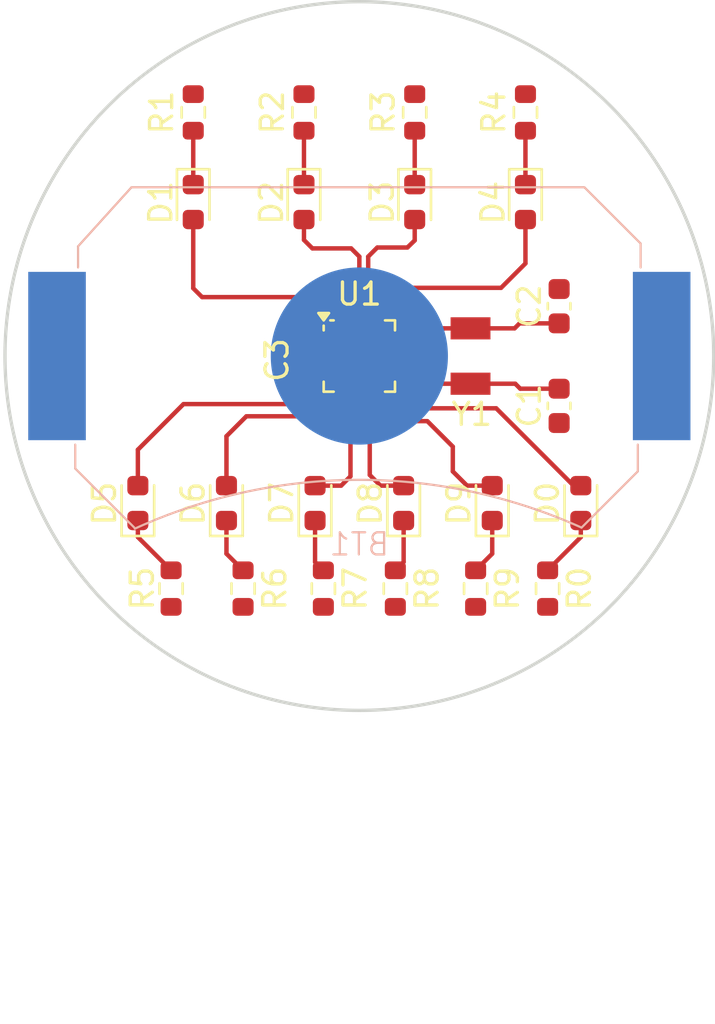
<source format=kicad_pcb>
(kicad_pcb (version 20241229) (generator "pcbnew") (generator_version "9.0")
  (layers (0 "F.Cu" signal) (2 "B.Cu" signal) (13 "F.Paste" user) (15 "B.Paste" user) (5 "F.SilkS" user "F.Silkscreen") (7 "B.SilkS" user "B.Silkscreen") (1 "F.Mask" user) (3 "B.Mask" user) (25 "Edge.Cuts" user))
  (net 0 "")
  (net 1 "Net-(U1-PB3)")
  (net 2 "Net-(U1-PB2)")
  (net 3 "Net-(D1-A)")
  (net 4 "Net-(D1-K)")
  (net 5 "Net-(D2-K)")
  (net 6 "Net-(D2-A)")
  (net 7 "Net-(D3-A)")
  (net 8 "Net-(D3-K)")
  (net 9 "Net-(D4-A)")
  (net 10 "Net-(D4-K)")
  (net 11 "Net-(D5-K)")
  (net 12 "Net-(D5-A)")
  (net 13 "Net-(D6-A)")
  (net 14 "Net-(D6-K)")
  (net 15 "Net-(D7-K)")
  (net 16 "Net-(D7-A)")
  (net 17 "Net-(D8-K)")
  (net 18 "Net-(D8-A)")
  (net 19 "Net-(D9-K)")
  (net 20 "Net-(D9-A)")
  (net 25 "VCC")
  (net 26 "GND")
  (net 27 "Net-(D0-A)")
  (net 28 "Net-(D0-K)")
  (footprint "Resistor_SMD:R_0603_1608Metric" (layer "F.Cu") (at 94.75 110.5 -90)
    (property "Reference" "R6" (at 0 -1.43 90) (layer "F.SilkS"))
    (property "Value" "50Ω")
    (fp_line (start -0.237258 0.5225) (end 0.237258 0.5225) (stroke (width 0.12)) (layer "F.SilkS"))
    (fp_line (start -0.237258 -0.5225) (end 0.237258 -0.5225) (stroke (width 0.12)) (layer "F.SilkS"))
    (pad "1" smd roundrect (at -0.825 0 270) (size 0.8 0.95) (layers "F.Cu" "F.Mask" "F.Paste") (net 14 "Net-(D6-K)"))
    (pad "2" smd roundrect (at 0.825 0 270) (size 0.8 0.95) (layers "F.Cu" "F.Mask" "F.Paste") (net 26 "GND"))
  )
  (footprint "LED_SMD:LED_0603_1608Metric" (layer "F.Cu") (at 106 106.64 90)
    (property "Reference" "D9" (at -0.02 -1.51 90) (layer "F.SilkS"))
    (property "Value" "LED")
    (fp_line (start 0.8 -0.735) (end -1.485 -0.735) (stroke (width 0.12)) (layer "F.SilkS"))
    (fp_line (start -1.485 -0.735) (end -1.485 0.735) (stroke (width 0.12)) (layer "F.SilkS"))
    (fp_line (start -1.485 0.735) (end 0.8 0.735) (stroke (width 0.12)) (layer "F.SilkS"))
    (pad "1" smd roundrect (at -0.7875 0 90) (size 0.875 0.95) (layers "F.Cu" "F.Mask" "F.Paste") (net 19 "Net-(D9-K)"))
    (pad "2" smd roundrect (at 0.7875 0 90) (size 0.875 0.95) (layers "F.Cu" "F.Mask" "F.Paste") (net 20 "Net-(D9-A)"))
  )
  (footprint "LED_SMD:LED_0603_1608Metric" (layer "F.Cu") (at 90 106.64 90)
    (property "Reference" "D5" (at -0.02 -1.51 90) (layer "F.SilkS"))
    (property "Value" "LED")
    (fp_line (start 0.8 -0.735) (end -1.485 -0.735) (stroke (width 0.12)) (layer "F.SilkS"))
    (fp_line (start -1.485 -0.735) (end -1.485 0.735) (stroke (width 0.12)) (layer "F.SilkS"))
    (fp_line (start -1.485 0.735) (end 0.8 0.735) (stroke (width 0.12)) (layer "F.SilkS"))
    (pad "1" smd roundrect (at -0.7875 0 90) (size 0.875 0.95) (layers "F.Cu" "F.Mask" "F.Paste") (net 11 "Net-(D5-K)"))
    (pad "2" smd roundrect (at 0.7875 0 90) (size 0.875 0.95) (layers "F.Cu" "F.Mask" "F.Paste") (net 12 "Net-(D5-A)"))
  )
  (footprint "Package_DFN_QFN:VQFN-20-1EP_3x3mm_P0.4mm_EP1.7x1.7mm" (layer "F.Cu") (at 100 100)
    (property "Reference" "U1" (at 0 -2.8 0) (layer "F.SilkS"))
    (property "Value" "ATtiny1616-M")
    (fp_line (start -1.61 -1.16) (end -1.61 -1.37) (stroke (width 0.12)) (layer "F.SilkS"))
    (fp_line (start -1.61 1.61) (end -1.61 1.16) (stroke (width 0.12)) (layer "F.SilkS"))
    (fp_line (start -1.16 -1.61) (end -1.31 -1.61) (stroke (width 0.12)) (layer "F.SilkS"))
    (fp_line (start -1.16 1.61) (end -1.61 1.61) (stroke (width 0.12)) (layer "F.SilkS"))
    (fp_line (start 1.16 -1.61) (end 1.61 -1.61) (stroke (width 0.12)) (layer "F.SilkS"))
    (fp_line (start 1.16 1.61) (end 1.61 1.61) (stroke (width 0.12)) (layer "F.SilkS"))
    (fp_line (start 1.61 -1.61) (end 1.61 -1.16) (stroke (width 0.12)) (layer "F.SilkS"))
    (fp_line (start 1.61 1.61) (end 1.61 1.16) (stroke (width 0.12)) (layer "F.SilkS"))
    (fp_poly (pts (xy -1.61 -1.61) (xy -1.85 -1.94) (xy -1.37 -1.94)) (stroke (width 0.12)) (fill yes) (layer "F.SilkS"))
    (pad "1" smd custom (at -1.45 -0.8) (size 0.143431 0.143431) (layers "F.Cu" "F.Mask" "F.Paste") (options (clearance outline) (anchor circle)) (primitives (gr_poly (pts (xy -0.35 -0.05) (xy 0.299289 -0.05) (xy 0.35 0.000711) (xy 0.35 0.05) (xy -0.35 0.05)) (width 0.1) (fill yes))))
    (pad "2" smd roundrect (at -1.45 -0.4) (size 0.8 0.2) (layers "F.Cu" "F.Mask" "F.Paste"))
    (pad "3" smd roundrect (at -1.45 0) (size 0.8 0.2) (layers "F.Cu" "F.Mask" "F.Paste") (net 26 "GND"))
    (pad "4" smd roundrect (at -1.45 0.4) (size 0.8 0.2) (layers "F.Cu" "F.Mask" "F.Paste") (net 25 "VCC"))
    (pad "5" smd custom (at -1.45 0.8) (size 0.143431 0.143431) (layers "F.Cu" "F.Mask" "F.Paste") (net 12 "Net-(D5-A)") (options (clearance outline) (anchor circle)) (primitives (gr_poly (pts (xy -0.35 -0.05) (xy 0.35 -0.05) (xy 0.35 -0.000711) (xy 0.299289 0.05) (xy -0.35 0.05)) (width 0.1) (fill yes))))
    (pad "6" smd custom (at -0.8 1.45) (size 0.143431 0.143431) (layers "F.Cu" "F.Mask" "F.Paste") (net 13 "Net-(D6-A)") (options (clearance outline) (anchor circle)) (primitives (gr_poly (pts (xy -0.05 -0.299289) (xy 0.000711 -0.35) (xy 0.05 -0.35) (xy 0.05 0.35) (xy -0.05 0.35)) (width 0.1) (fill yes))))
    (pad "7" smd roundrect (at -0.4 1.45) (size 0.2 0.8) (layers "F.Cu" "F.Mask" "F.Paste") (net 16 "Net-(D7-A)"))
    (pad "8" smd roundrect (at 0 1.45) (size 0.2 0.8) (layers "F.Cu" "F.Mask" "F.Paste") (net 18 "Net-(D8-A)"))
    (pad "9" smd roundrect (at 0.4 1.45) (size 0.2 0.8) (layers "F.Cu" "F.Mask" "F.Paste") (net 20 "Net-(D9-A)"))
    (pad "10" smd custom (at 0.8 1.45) (size 0.143431 0.143431) (layers "F.Cu" "F.Mask" "F.Paste") (net 27 "Net-(D0-A)") (options (clearance outline) (anchor circle)) (primitives (gr_poly (pts (xy -0.05 -0.35) (xy -0.000711 -0.35) (xy 0.05 -0.299289) (xy 0.05 0.35) (xy -0.05 0.35)) (width 0.1) (fill yes))))
    (pad "11" smd custom (at 1.45 0.8) (size 0.143431 0.143431) (layers "F.Cu" "F.Mask" "F.Paste") (net 1 "Net-(U1-PB3)") (options (clearance outline) (anchor circle)) (primitives (gr_poly (pts (xy -0.35 -0.05) (xy 0.35 -0.05) (xy 0.35 0.05) (xy -0.299289 0.05) (xy -0.35 -0.000711)) (width 0.1) (fill yes))))
    (pad "12" smd roundrect (at 1.45 0.4) (size 0.8 0.2) (layers "F.Cu" "F.Mask" "F.Paste") (net 2 "Net-(U1-PB2)"))
    (pad "13" smd roundrect (at 1.45 0) (size 0.8 0.2) (layers "F.Cu" "F.Mask" "F.Paste"))
    (pad "14" smd roundrect (at 1.45 -0.4) (size 0.8 0.2) (layers "F.Cu" "F.Mask" "F.Paste"))
    (pad "15" smd custom (at 1.45 -0.8) (size 0.143431 0.143431) (layers "F.Cu" "F.Mask" "F.Paste") (options (clearance outline) (anchor circle)) (primitives (gr_poly (pts (xy -0.35 0.000711) (xy -0.299289 -0.05) (xy 0.35 -0.05) (xy 0.35 0.05) (xy -0.35 0.05)) (width 0.1) (fill yes))))
    (pad "16" smd custom (at 0.8 -1.45) (size 0.143431 0.143431) (layers "F.Cu" "F.Mask" "F.Paste") (net 9 "Net-(D4-A)") (options (clearance outline) (anchor circle)) (primitives (gr_poly (pts (xy -0.05 -0.35) (xy 0.05 -0.35) (xy 0.05 0.299289) (xy -0.000711 0.35) (xy -0.05 0.35)) (width 0.1) (fill yes))))
    (pad "17" smd roundrect (at 0.4 -1.45) (size 0.2 0.8) (layers "F.Cu" "F.Mask" "F.Paste") (net 7 "Net-(D3-A)"))
    (pad "18" smd roundrect (at 0 -1.45) (size 0.2 0.8) (layers "F.Cu" "F.Mask" "F.Paste") (net 6 "Net-(D2-A)"))
    (pad "19" smd roundrect (at -0.4 -1.45) (size 0.2 0.8) (layers "F.Cu" "F.Mask" "F.Paste"))
    (pad "20" smd custom (at -0.8 -1.45) (size 0.143431 0.143431) (layers "F.Cu" "F.Mask" "F.Paste") (net 3 "Net-(D1-A)") (options (clearance outline) (anchor circle)) (primitives (gr_poly (pts (xy -0.05 -0.35) (xy 0.05 -0.35) (xy 0.05 0.35) (xy 0.000711 0.35) (xy -0.05 0.299289)) (width 0.1) (fill yes))))
    (pad "21" smd rect (at 0 0) (size 1.7 1.7) (property pad_prop_heatsink) (layers "F.Cu" "F.Mask") (net 26 "GND"))
  )
  (footprint "LED_SMD:LED_0603_1608Metric" (layer "F.Cu") (at 98 106.64 90)
    (property "Reference" "D7" (at -0.02 -1.51 90) (layer "F.SilkS"))
    (property "Value" "LED")
    (fp_line (start 0.8 -0.735) (end -1.485 -0.735) (stroke (width 0.12)) (layer "F.SilkS"))
    (fp_line (start -1.485 -0.735) (end -1.485 0.735) (stroke (width 0.12)) (layer "F.SilkS"))
    (fp_line (start -1.485 0.735) (end 0.8 0.735) (stroke (width 0.12)) (layer "F.SilkS"))
    (pad "1" smd roundrect (at -0.7875 0 90) (size 0.875 0.95) (layers "F.Cu" "F.Mask" "F.Paste") (net 15 "Net-(D7-K)"))
    (pad "2" smd roundrect (at 0.7875 0 90) (size 0.875 0.95) (layers "F.Cu" "F.Mask" "F.Paste") (net 16 "Net-(D7-A)"))
  )
  (footprint "Resistor_SMD:R_0603_1608Metric" (layer "F.Cu") (at 92.5 89 90)
    (property "Reference" "R1" (at 0 -1.43 90) (layer "F.SilkS"))
    (property "Value" "50Ω")
    (fp_line (start -0.237258 -0.5225) (end 0.237258 -0.5225) (stroke (width 0.12)) (layer "F.SilkS"))
    (fp_line (start -0.237258 0.5225) (end 0.237258 0.5225) (stroke (width 0.12)) (layer "F.SilkS"))
    (pad "1" smd roundrect (at -0.825 0 90) (size 0.8 0.95) (layers "F.Cu" "F.Mask" "F.Paste") (net 4 "Net-(D1-K)"))
    (pad "2" smd roundrect (at 0.825 0 90) (size 0.8 0.95) (layers "F.Cu" "F.Mask" "F.Paste") (net 26 "GND"))
  )
  (footprint "Capacitor_SMD:C_0603_1608Metric" (layer "F.Cu") (at 109.02 102.25 -90)
    (property "Reference" "C1" (at 0 1.35 90) (layer "F.SilkS"))
    (property "Value" "15pf")
    (fp_line (start -0.14058 0.51) (end 0.14058 0.51) (stroke (width 0.12)) (layer "F.SilkS"))
    (fp_line (start -0.14058 -0.51) (end 0.14058 -0.51) (stroke (width 0.12)) (layer "F.SilkS"))
    (pad "1" smd roundrect (at -0.775 0 270) (size 0.9 0.95) (layers "F.Cu" "F.Mask" "F.Paste") (net 1 "Net-(U1-PB3)"))
    (pad "2" smd roundrect (at 0.775 0 270) (size 0.9 0.95) (layers "F.Cu" "F.Mask" "F.Paste") (net 26 "GND"))
  )
  (footprint "Resistor_SMD:R_0603_1608Metric" (layer "F.Cu") (at 98.375 110.5 -90)
    (property "Reference" "R7" (at 0 -1.43 90) (layer "F.SilkS"))
    (property "Value" "50Ω")
    (fp_line (start -0.237258 0.5225) (end 0.237258 0.5225) (stroke (width 0.12)) (layer "F.SilkS"))
    (fp_line (start -0.237258 -0.5225) (end 0.237258 -0.5225) (stroke (width 0.12)) (layer "F.SilkS"))
    (pad "1" smd roundrect (at -0.825 0 270) (size 0.8 0.95) (layers "F.Cu" "F.Mask" "F.Paste") (net 15 "Net-(D7-K)"))
    (pad "2" smd roundrect (at 0.825 0 270) (size 0.8 0.95) (layers "F.Cu" "F.Mask" "F.Paste") (net 26 "GND"))
  )
  (footprint "LED_SMD:LED_0603_1608Metric" (layer "F.Cu") (at 92.5 93.05 -90)
    (property "Reference" "D1" (at 0.03 1.47 90) (layer "F.SilkS"))
    (property "Value" "LED")
    (fp_line (start -1.485 0.735) (end 0.8 0.735) (stroke (width 0.12)) (layer "F.SilkS"))
    (fp_line (start -1.485 -0.735) (end -1.485 0.735) (stroke (width 0.12)) (layer "F.SilkS"))
    (fp_line (start 0.8 -0.735) (end -1.485 -0.735) (stroke (width 0.12)) (layer "F.SilkS"))
    (pad "1" smd roundrect (at -0.7875 0 270) (size 0.875 0.95) (layers "F.Cu" "F.Mask" "F.Paste") (net 4 "Net-(D1-K)"))
    (pad "2" smd roundrect (at 0.7875 0 270) (size 0.875 0.95) (layers "F.Cu" "F.Mask" "F.Paste") (net 3 "Net-(D1-A)"))
  )
  (footprint "Capacitor_SMD:C_0201_0603Metric" (layer "F.Cu") (at 97.33 100.18 90)
    (property "Reference" "C3" (at 0 -1.05 90) (layer "F.SilkS"))
    (property "Value" "0.1 µF")
    (pad "1" smd roundrect (at -0.32 0 90) (size 0.46 0.4) (layers "F.Cu" "F.Mask") (net 25 "VCC"))
    (pad "2" smd roundrect (at 0.32 0 90) (size 0.46 0.4) (layers "F.Cu" "F.Mask") (net 26 "GND"))
  )
  (footprint "Resistor_SMD:R_0603_1608Metric" (layer "F.Cu") (at 107.5 89 90)
    (property "Reference" "R4" (at 0 -1.43 90) (layer "F.SilkS"))
    (property "Value" "50Ω")
    (fp_line (start -0.237258 -0.5225) (end 0.237258 -0.5225) (stroke (width 0.12)) (layer "F.SilkS"))
    (fp_line (start -0.237258 0.5225) (end 0.237258 0.5225) (stroke (width 0.12)) (layer "F.SilkS"))
    (pad "1" smd roundrect (at -0.825 0 90) (size 0.8 0.95) (layers "F.Cu" "F.Mask" "F.Paste") (net 10 "Net-(D4-K)"))
    (pad "2" smd roundrect (at 0.825 0 90) (size 0.8 0.95) (layers "F.Cu" "F.Mask" "F.Paste") (net 26 "GND"))
  )
  (footprint "LED_SMD:LED_0603_1608Metric" (layer "F.Cu") (at 102.5 93.05 -90)
    (property "Reference" "D3" (at 0.02 1.47 90) (layer "F.SilkS"))
    (property "Value" "LED")
    (fp_line (start -1.485 0.735) (end 0.8 0.735) (stroke (width 0.12)) (layer "F.SilkS"))
    (fp_line (start -1.485 -0.735) (end -1.485 0.735) (stroke (width 0.12)) (layer "F.SilkS"))
    (fp_line (start 0.8 -0.735) (end -1.485 -0.735) (stroke (width 0.12)) (layer "F.SilkS"))
    (pad "1" smd roundrect (at -0.7875 0 270) (size 0.875 0.95) (layers "F.Cu" "F.Mask" "F.Paste") (net 8 "Net-(D3-K)"))
    (pad "2" smd roundrect (at 0.7875 0 270) (size 0.875 0.95) (layers "F.Cu" "F.Mask" "F.Paste") (net 7 "Net-(D3-A)"))
  )
  (footprint "LED_SMD:LED_0603_1608Metric" (layer "F.Cu") (at 94 106.64 90)
    (property "Reference" "D6" (at -0.02 -1.51 90) (layer "F.SilkS"))
    (property "Value" "LED")
    (fp_line (start 0.8 -0.735) (end -1.485 -0.735) (stroke (width 0.12)) (layer "F.SilkS"))
    (fp_line (start -1.485 -0.735) (end -1.485 0.735) (stroke (width 0.12)) (layer "F.SilkS"))
    (fp_line (start -1.485 0.735) (end 0.8 0.735) (stroke (width 0.12)) (layer "F.SilkS"))
    (pad "1" smd roundrect (at -0.7875 0 90) (size 0.875 0.95) (layers "F.Cu" "F.Mask" "F.Paste") (net 14 "Net-(D6-K)"))
    (pad "2" smd roundrect (at 0.7875 0 90) (size 0.875 0.95) (layers "F.Cu" "F.Mask" "F.Paste") (net 13 "Net-(D6-A)"))
  )
  (footprint "LED_SMD:LED_0603_1608Metric" (layer "F.Cu") (at 97.5 93.05 -90)
    (property "Reference" "D2" (at 0.03 1.47 90) (layer "F.SilkS"))
    (property "Value" "LED")
    (fp_line (start -1.485 0.735) (end 0.8 0.735) (stroke (width 0.12)) (layer "F.SilkS"))
    (fp_line (start -1.485 -0.735) (end -1.485 0.735) (stroke (width 0.12)) (layer "F.SilkS"))
    (fp_line (start 0.8 -0.735) (end -1.485 -0.735) (stroke (width 0.12)) (layer "F.SilkS"))
    (pad "1" smd roundrect (at -0.7875 0 270) (size 0.875 0.95) (layers "F.Cu" "F.Mask" "F.Paste") (net 5 "Net-(D2-K)"))
    (pad "2" smd roundrect (at 0.7875 0 270) (size 0.875 0.95) (layers "F.Cu" "F.Mask" "F.Paste") (net 6 "Net-(D2-A)"))
  )
  (footprint "LED_SMD:LED_0603_1608Metric" (layer "F.Cu") (at 107.5 93.05 -90)
    (property "Reference" "D4" (at 0.02 1.47 90) (layer "F.SilkS"))
    (property "Value" "LED")
    (fp_line (start -1.485 0.735) (end 0.8 0.735) (stroke (width 0.12)) (layer "F.SilkS"))
    (fp_line (start -1.485 -0.735) (end -1.485 0.735) (stroke (width 0.12)) (layer "F.SilkS"))
    (fp_line (start 0.8 -0.735) (end -1.485 -0.735) (stroke (width 0.12)) (layer "F.SilkS"))
    (pad "1" smd roundrect (at -0.7875 0 270) (size 0.875 0.95) (layers "F.Cu" "F.Mask" "F.Paste") (net 10 "Net-(D4-K)"))
    (pad "2" smd roundrect (at 0.7875 0 270) (size 0.875 0.95) (layers "F.Cu" "F.Mask" "F.Paste") (net 9 "Net-(D4-A)"))
  )
  (footprint "Resistor_SMD:R_0603_1608Metric" (layer "F.Cu") (at 108.5 110.5 -90)
    (property "Reference" "R0" (at 0 -1.43 90) (layer "F.SilkS"))
    (property "Value" "50Ω")
    (fp_line (start -0.237258 0.5225) (end 0.237258 0.5225) (stroke (width 0.12)) (layer "F.SilkS"))
    (fp_line (start -0.237258 -0.5225) (end 0.237258 -0.5225) (stroke (width 0.12)) (layer "F.SilkS"))
    (pad "1" smd roundrect (at -0.825 0 270) (size 0.8 0.95) (layers "F.Cu" "F.Mask" "F.Paste") (net 28 "Net-(D0-K)"))
    (pad "2" smd roundrect (at 0.825 0 270) (size 0.8 0.95) (layers "F.Cu" "F.Mask" "F.Paste") (net 26 "GND"))
  )
  (footprint "LED_SMD:LED_0603_1608Metric" (layer "F.Cu") (at 110 106.64 90)
    (property "Reference" "D0" (at -0.02 -1.51 90) (layer "F.SilkS"))
    (property "Value" "LED")
    (fp_line (start 0.8 -0.735) (end -1.485 -0.735) (stroke (width 0.12)) (layer "F.SilkS"))
    (fp_line (start -1.485 -0.735) (end -1.485 0.735) (stroke (width 0.12)) (layer "F.SilkS"))
    (fp_line (start -1.485 0.735) (end 0.8 0.735) (stroke (width 0.12)) (layer "F.SilkS"))
    (pad "1" smd roundrect (at -0.7875 0 90) (size 0.875 0.95) (layers "F.Cu" "F.Mask" "F.Paste") (net 28 "Net-(D0-K)"))
    (pad "2" smd roundrect (at 0.7875 0 90) (size 0.875 0.95) (layers "F.Cu" "F.Mask" "F.Paste") (net 27 "Net-(D0-A)"))
  )
  (footprint "Resistor_SMD:R_0603_1608Metric" (layer "F.Cu") (at 97.5 89 90)
    (property "Reference" "R2" (at 0 -1.43 90) (layer "F.SilkS"))
    (property "Value" "50Ω")
    (fp_line (start -0.237258 -0.5225) (end 0.237258 -0.5225) (stroke (width 0.12)) (layer "F.SilkS"))
    (fp_line (start -0.237258 0.5225) (end 0.237258 0.5225) (stroke (width 0.12)) (layer "F.SilkS"))
    (pad "1" smd roundrect (at -0.825 0 90) (size 0.8 0.95) (layers "F.Cu" "F.Mask" "F.Paste") (net 5 "Net-(D2-K)"))
    (pad "2" smd roundrect (at 0.825 0 90) (size 0.8 0.95) (layers "F.Cu" "F.Mask" "F.Paste") (net 26 "GND"))
  )
  (footprint "Resistor_SMD:R_0603_1608Metric" (layer "F.Cu") (at 101.625 110.5 -90)
    (property "Reference" "R8" (at 0 -1.43 90) (layer "F.SilkS"))
    (property "Value" "50Ω")
    (fp_line (start -0.237258 0.5225) (end 0.237258 0.5225) (stroke (width 0.12)) (layer "F.SilkS"))
    (fp_line (start -0.237258 -0.5225) (end 0.237258 -0.5225) (stroke (width 0.12)) (layer "F.SilkS"))
    (pad "1" smd roundrect (at -0.825 0 270) (size 0.8 0.95) (layers "F.Cu" "F.Mask" "F.Paste") (net 17 "Net-(D8-K)"))
    (pad "2" smd roundrect (at 0.825 0 270) (size 0.8 0.95) (layers "F.Cu" "F.Mask" "F.Paste") (net 26 "GND"))
  )
  (footprint "Library:FC31M2-32.768-NTLNNDTL" (layer "F.Cu") (at 105.02 100)
    (property "Reference" "Y1" (at 0.06 2.63 0) (layer "F.SilkS"))
    (property "Value" "Crystal")
    (pad "1" smd rect (at 0 -1.25 180) (size 1.8 1) (layers "F.Cu" "F.Mask" "F.Paste") (net 2 "Net-(U1-PB2)"))
    (pad "2" smd rect (at 0 1.25 180) (size 1.8 1) (layers "F.Cu" "F.Mask" "F.Paste") (net 1 "Net-(U1-PB3)"))
  )
  (footprint "LED_SMD:LED_0603_1608Metric" (layer "F.Cu") (at 102 106.64 90)
    (property "Reference" "D8" (at -0.02 -1.51 90) (layer "F.SilkS"))
    (property "Value" "LED")
    (fp_line (start 0.8 -0.735) (end -1.485 -0.735) (stroke (width 0.12)) (layer "F.SilkS"))
    (fp_line (start -1.485 -0.735) (end -1.485 0.735) (stroke (width 0.12)) (layer "F.SilkS"))
    (fp_line (start -1.485 0.735) (end 0.8 0.735) (stroke (width 0.12)) (layer "F.SilkS"))
    (pad "1" smd roundrect (at -0.7875 0 90) (size 0.875 0.95) (layers "F.Cu" "F.Mask" "F.Paste") (net 17 "Net-(D8-K)"))
    (pad "2" smd roundrect (at 0.7875 0 90) (size 0.875 0.95) (layers "F.Cu" "F.Mask" "F.Paste") (net 18 "Net-(D8-A)"))
  )
  (footprint "Capacitor_SMD:C_0603_1608Metric" (layer "F.Cu") (at 109.02 97.75 90)
    (property "Reference" "C2" (at 0 -1.35 270) (layer "F.SilkS"))
    (property "Value" "15pf")
    (fp_line (start -0.14058 -0.51) (end 0.14058 -0.51) (stroke (width 0.12)) (layer "F.SilkS"))
    (fp_line (start -0.14058 0.51) (end 0.14058 0.51) (stroke (width 0.12)) (layer "F.SilkS"))
    (pad "1" smd roundrect (at -0.775 0 90) (size 0.9 0.95) (layers "F.Cu" "F.Mask" "F.Paste") (net 2 "Net-(U1-PB2)"))
    (pad "2" smd roundrect (at 0.775 0 90) (size 0.9 0.95) (layers "F.Cu" "F.Mask" "F.Paste") (net 26 "GND"))
  )
  (footprint "Resistor_SMD:R_0603_1608Metric" (layer "F.Cu") (at 105.25 110.5 -90)
    (property "Reference" "R9" (at 0 -1.43 90) (layer "F.SilkS"))
    (property "Value" "50Ω")
    (fp_line (start -0.237258 0.5225) (end 0.237258 0.5225) (stroke (width 0.12)) (layer "F.SilkS"))
    (fp_line (start -0.237258 -0.5225) (end 0.237258 -0.5225) (stroke (width 0.12)) (layer "F.SilkS"))
    (pad "1" smd roundrect (at -0.825 0 270) (size 0.8 0.95) (layers "F.Cu" "F.Mask" "F.Paste") (net 19 "Net-(D9-K)"))
    (pad "2" smd roundrect (at 0.825 0 270) (size 0.8 0.95) (layers "F.Cu" "F.Mask" "F.Paste") (net 26 "GND"))
  )
  (footprint "Resistor_SMD:R_0603_1608Metric" (layer "F.Cu") (at 91.5 110.5 -90)
    (property "Reference" "R5" (at -0.005 1.3 90) (layer "F.SilkS"))
    (property "Value" "50Ω")
    (fp_line (start -0.237258 0.5225) (end 0.237258 0.5225) (stroke (width 0.12)) (layer "F.SilkS"))
    (fp_line (start -0.237258 -0.5225) (end 0.237258 -0.5225) (stroke (width 0.12)) (layer "F.SilkS"))
    (pad "1" smd roundrect (at -0.825 0 270) (size 0.8 0.95) (layers "F.Cu" "F.Mask" "F.Paste") (net 11 "Net-(D5-K)"))
    (pad "2" smd roundrect (at 0.825 0 270) (size 0.8 0.95) (layers "F.Cu" "F.Mask" "F.Paste") (net 26 "GND"))
  )
  (footprint "Resistor_SMD:R_0603_1608Metric" (layer "F.Cu") (at 102.5 89 90)
    (property "Reference" "R3" (at 0 -1.43 90) (layer "F.SilkS"))
    (property "Value" "50Ω")
    (fp_line (start -0.237258 -0.5225) (end 0.237258 -0.5225) (stroke (width 0.12)) (layer "F.SilkS"))
    (fp_line (start -0.237258 0.5225) (end 0.237258 0.5225) (stroke (width 0.12)) (layer "F.SilkS"))
    (pad "1" smd roundrect (at -0.825 0 90) (size 0.8 0.95) (layers "F.Cu" "F.Mask" "F.Paste") (net 8 "Net-(D3-K)"))
    (pad "2" smd roundrect (at 0.825 0 90) (size 0.8 0.95) (layers "F.Cu" "F.Mask" "F.Paste") (net 26 "GND"))
  )
  (footprint "Library:MY-2450-03" (layer "B.Cu") (at 100 100 180)
    (property "Reference" "BT1" (at 0 -8.5 0) (layer "B.SilkS") (effects (font (thickness 0.1)) (justify mirror)))
    (property "Value" "2450 Battery_Cell")
    (fp_line (start 12.827 -5.08) (end 12.827 -4) (stroke (width 0.1)) (layer "B.SilkS"))
    (fp_line (start 12.827 -5.08) (end 10.16 -7.747) (stroke (width 0.1)) (layer "B.SilkS"))
    (fp_line (start 12.7 4.953) (end 12.7 4) (stroke (width 0.1)) (layer "B.SilkS"))
    (fp_line (start 10.287 7.62) (end 12.7 4.953) (stroke (width 0.1)) (layer "B.SilkS"))
    (fp_line (start -10.033 -7.747) (end -12.573 -5.207) (stroke (width 0.1)) (layer "B.SilkS"))
    (fp_line (start -10.16 7.62) (end 10.287 7.62) (stroke (width 0.1)) (layer "B.SilkS"))
    (fp_line (start -12.573 -5.207) (end -12.573 -4) (stroke (width 0.1)) (layer "B.SilkS"))
    (fp_line (start -12.7 5.08) (end -10.16 7.62) (stroke (width 0.1)) (layer "B.SilkS"))
    (fp_line (start -12.7 5.08) (end -12.7 4) (stroke (width 0.1)) (layer "B.SilkS"))
    (fp_arc (start 10.138206 -7.794734) (mid 0.057764 -5.589884) (end -10.033 -7.747) (stroke (width 0.1)) (layer "B.SilkS"))
    (pad "1" smd rect (at -13.65 0 180) (size 2.6 7.6) (layers "B.Cu" "B.Mask" "B.Paste") (net 25 "VCC"))
    (pad "1" smd rect (at 13.65 0 180) (size 2.6 7.6) (layers "B.Cu" "B.Mask" "B.Paste") (net 25 "VCC"))
    (pad "2" smd circle (at 0 0 180) (size 8 8) (layers "B.Cu" "B.Mask" "B.Paste") (net 26 "GND"))
  )
  (gr_line (start 102.18 95.09) (end 102.5 94.78) (stroke (width 0.2)) (layer "F.Cu") (net 7))
  (gr_circle (center 100 100) (end 116 100) (stroke (width 0.15)) (fill no) (layer "Edge.Cuts"))
  (segment (start 101.89 101.24) (end 102 101.24) (width 0.2) (layer "F.Cu") (net 1))
  (segment (start 107.265 101.475) (end 109.02 101.475) (width 0.2) (layer "F.Cu") (net 1))
  (segment (start 107.04 101.25) (end 107.265 101.475) (width 0.2) (layer "F.Cu") (net 1))
  (segment (start 105.02 101.25) (end 107.04 101.25) (width 0.2) (layer "F.Cu") (net 1))
  (segment (start 102 101.24) (end 102.01 101.25) (width 0.2) (layer "F.Cu") (net 1))
  (segment (start 101.45 100.8) (end 101.89 101.24) (width 0.2) (layer "F.Cu") (net 1))
  (segment (start 102.01 101.25) (end 105.02 101.25) (width 0.2) (layer "F.Cu") (net 1))
  (segment (start 107.01 98.75) (end 107.235 98.525) (width 0.2) (layer "F.Cu") (net 2))
  (segment (start 103.27 100.4) (end 101.45 100.4) (width 0.2) (layer "F.Cu") (net 2))
  (segment (start 105.02 98.75) (end 107.01 98.75) (width 0.2) (layer "F.Cu") (net 2))
  (segment (start 103.61 100.06) (end 103.6 100.07) (width 0.2) (layer "F.Cu") (net 2))
  (segment (start 103.6 100.07) (end 103.27 100.4) (width 0.2) (layer "F.Cu") (net 2))
  (segment (start 103.81 98.75) (end 103.61 98.95) (width 0.2) (layer "F.Cu") (net 2))
  (segment (start 103.61 98.95) (end 103.61 100.06) (width 0.2) (layer "F.Cu") (net 2))
  (segment (start 107.235 98.525) (end 109.02 98.525) (width 0.2) (layer "F.Cu") (net 2))
  (segment (start 105.02 98.75) (end 103.81 98.75) (width 0.2) (layer "F.Cu") (net 2))
  (segment (start 99.2 98.55) (end 99.2 97.69) (width 0.2) (layer "F.Cu") (net 3))
  (segment (start 98.85 97.34) (end 92.9 97.34) (width 0.2) (layer "F.Cu") (net 3))
  (segment (start 92.9 97.34) (end 92.5 96.94) (width 0.2) (layer "F.Cu") (net 3))
  (segment (start 92.5 96.94) (end 92.5 93.8375) (width 0.2) (layer "F.Cu") (net 3))
  (segment (start 99.2 97.69) (end 98.85 97.34) (width 0.2) (layer "F.Cu") (net 3))
  (segment (start 92.5 92.2625) (end 92.5 89.825) (width 0.2) (layer "F.Cu") (net 4))
  (segment (start 97.5 92.2625) (end 97.5 89.825) (width 0.2) (layer "F.Cu") (net 5))
  (segment (start 100 95.51) (end 99.63 95.14) (width 0.2) (layer "F.Cu") (net 6))
  (segment (start 100 98.55) (end 100 95.51) (width 0.2) (layer "F.Cu") (net 6))
  (segment (start 99.63 95.14) (end 97.88 95.14) (width 0.2) (layer "F.Cu") (net 6))
  (segment (start 97.5 94.76) (end 97.5 93.8375) (width 0.2) (layer "F.Cu") (net 6))
  (segment (start 97.88 95.14) (end 97.5 94.76) (width 0.2) (layer "F.Cu") (net 6))
  (segment (start 100.81 95.1) (end 100.4 95.51) (width 0.2) (layer "F.Cu") (net 7))
  (segment (start 102.18 95.09) (end 102.17 95.1) (width 0.2) (layer "F.Cu") (net 7))
  (segment (start 102.5 93.8375) (end 102.5 94.78) (width 0.2) (layer "F.Cu") (net 7))
  (segment (start 100.4 95.51) (end 100.4 98.55) (width 0.2) (layer "F.Cu") (net 7))
  (segment (start 102.17 95.1) (end 100.81 95.1) (width 0.2) (layer "F.Cu") (net 7))
  (segment (start 102.5 92.2625) (end 102.5 89.825) (width 0.2) (layer "F.Cu") (net 8))
  (segment (start 106.4 96.92) (end 107.5 95.82) (width 0.2) (layer "F.Cu") (net 9))
  (segment (start 107.5 95.82) (end 107.5 93.8375) (width 0.2) (layer "F.Cu") (net 9))
  (segment (start 101.67 96.92) (end 106.4 96.92) (width 0.2) (layer "F.Cu") (net 9))
  (segment (start 100.8 98.55) (end 100.8 97.79) (width 0.2) (layer "F.Cu") (net 9))
  (segment (start 100.8 97.79) (end 101.67 96.92) (width 0.2) (layer "F.Cu") (net 9))
  (segment (start 107.5 92.2625) (end 107.5 89.825) (width 0.2) (layer "F.Cu") (net 10))
  (segment (start 90 107.4275) (end 90 108.175) (width 0.2) (layer "F.Cu") (net 11))
  (segment (start 90 108.175) (end 91.5 109.675) (width 0.2) (layer "F.Cu") (net 11))
  (segment (start 98.55 100.8) (end 97.18 102.17) (width 0.2) (layer "F.Cu") (net 12))
  (segment (start 90 104.23) (end 90 105.8525) (width 0.2) (layer "F.Cu") (net 12))
  (segment (start 97.18 102.17) (end 92.06 102.17) (width 0.2) (layer "F.Cu") (net 12))
  (segment (start 92.06 102.17) (end 90 104.23) (width 0.2) (layer "F.Cu") (net 12))
  (segment (start 98.77 102.72) (end 94.9 102.72) (width 0.2) (layer "F.Cu") (net 13))
  (segment (start 99.2 102.29) (end 98.77 102.72) (width 0.2) (layer "F.Cu") (net 13))
  (segment (start 94.9 102.72) (end 94 103.62) (width 0.2) (layer "F.Cu") (net 13))
  (segment (start 99.2 101.45) (end 99.2 102.29) (width 0.2) (layer "F.Cu") (net 13))
  (segment (start 94 103.62) (end 94 105.8525) (width 0.2) (layer "F.Cu") (net 13))
  (segment (start 94 107.4275) (end 94 108.925) (width 0.2) (layer "F.Cu") (net 14))
  (segment (start 94 108.925) (end 94.75 109.675) (width 0.2) (layer "F.Cu") (net 14))
  (segment (start 98 107.4275) (end 98 109.3) (width 0.2) (layer "F.Cu") (net 15))
  (segment (start 98 109.3) (end 98.375 109.675) (width 0.2) (layer "F.Cu") (net 15))
  (segment (start 99.1775 105.8525) (end 99.6 105.43) (width 0.2) (layer "F.Cu") (net 16))
  (segment (start 98 105.8525) (end 99.1775 105.8525) (width 0.2) (layer "F.Cu") (net 16))
  (segment (start 99.6 105.43) (end 99.6 101.45) (width 0.2) (layer "F.Cu") (net 16))
  (segment (start 102 109.3) (end 101.625 109.675) (width 0.2) (layer "F.Cu") (net 17))
  (segment (start 102 107.4275) (end 102 109.3) (width 0.2) (layer "F.Cu") (net 17))
  (segment (start 100 101.45) (end 100 102.3) (width 0.2) (layer "F.Cu") (net 18))
  (segment (start 100.47 102.77) (end 100.47 105.37) (width 0.2) (layer "F.Cu") (net 18))
  (segment (start 100.9525 105.8525) (end 102 105.8525) (width 0.2) (layer "F.Cu") (net 18))
  (segment (start 100 102.3) (end 100.47 102.77) (width 0.2) (layer "F.Cu") (net 18))
  (segment (start 100.47 105.37) (end 100.9525 105.8525) (width 0.2) (layer "F.Cu") (net 18))
  (segment (start 106 107.4275) (end 106 108.925) (width 0.2) (layer "F.Cu") (net 19))
  (segment (start 106 108.925) (end 105.25 109.675) (width 0.2) (layer "F.Cu") (net 19))
  (segment (start 104.22 105.21) (end 104.8625 105.8525) (width 0.2) (layer "F.Cu") (net 20))
  (segment (start 104.22 104.09) (end 104.22 105.21) (width 0.2) (layer "F.Cu") (net 20))
  (segment (start 100.4 101.45) (end 100.4 102.04) (width 0.2) (layer "F.Cu") (net 20))
  (segment (start 103.07 102.94) (end 104.22 104.09) (width 0.2) (layer "F.Cu") (net 20))
  (segment (start 100.4 102.04) (end 101.3 102.94) (width 0.2) (layer "F.Cu") (net 20))
  (segment (start 101.3 102.94) (end 103.07 102.94) (width 0.2) (layer "F.Cu") (net 20))
  (segment (start 104.8625 105.8525) (end 106 105.8525) (width 0.2) (layer "F.Cu") (net 20))
  (segment (start 97.74 100.5) (end 97.84 100.4) (width 0.2) (layer "F.Cu") (net 25))
  (segment (start 97.33 100.5) (end 97.74 100.5) (width 0.2) (layer "F.Cu") (net 25))
  (segment (start 97.84 100.4) (end 98.55 100.4) (width 0.2) (layer "F.Cu") (net 25))
  (segment (start 97.669999 100) (end 97.529999 99.86) (width 0.2) (layer "F.Cu") (net 26))
  (segment (start 97.529999 99.86) (end 97.33 99.86) (width 0.2) (layer "F.Cu") (net 26))
  (segment (start 98.55 100) (end 97.669999 100) (width 0.2) (layer "F.Cu") (net 26))
  (segment (start 100.8 101.87) (end 101.29 102.36) (width 0.2) (layer "F.Cu") (net 27))
  (segment (start 100.8 101.45) (end 100.8 101.87) (width 0.2) (layer "F.Cu") (net 27))
  (segment (start 109.6725 105.8525) (end 110 105.8525) (width 0.2) (layer "F.Cu") (net 27))
  (segment (start 106.18 102.36) (end 109.6725 105.8525) (width 0.2) (layer "F.Cu") (net 27))
  (segment (start 101.29 102.36) (end 106.18 102.36) (width 0.2) (layer "F.Cu") (net 27))
  (segment (start 110 107.4275) (end 110 108.175) (width 0.2) (layer "F.Cu") (net 28))
  (segment (start 110 108.175) (end 108.5 109.675) (width 0.2) (layer "F.Cu") (net 28))
)
</source>
